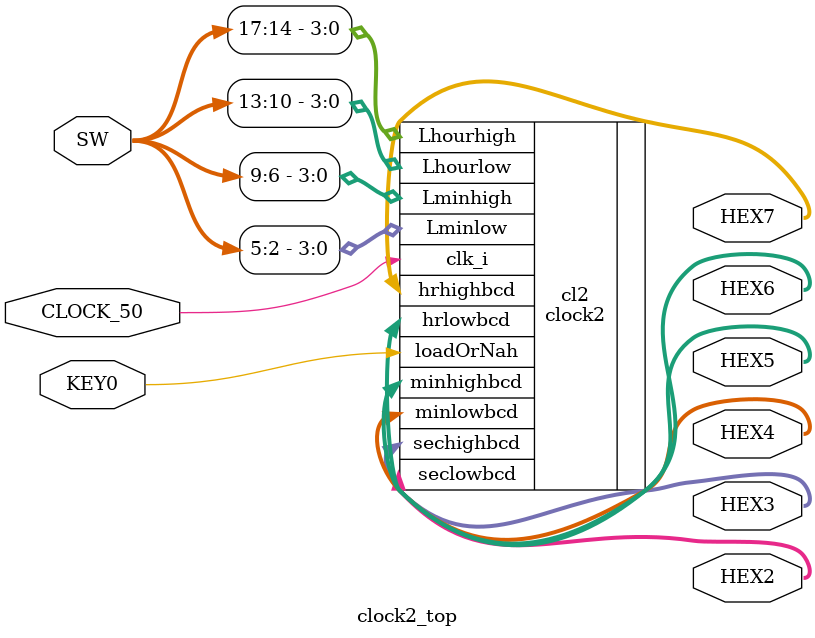
<source format=v>
module clock2_top(
input          CLOCK_50,
input          KEY0,      
input  [17:2]  SW,
output [ 6:0]  HEX2,
output [ 6:0]  HEX3,
output [ 6:0]  HEX4,
output [ 6:0]  HEX5,
output [ 6:0]  HEX6,
output [ 6:0]  HEX7);
clock2 #(.zeroz  (1))
  cl2(
  .clk_i            (CLOCK_50),
  .Lhourhigh    (SW[17:14]),       
  .Lhourlow     (SW[13:10]),      //switches
  .Lminhigh     (SW[ 9: 6]),       
  .Lminlow      (SW[ 5: 2]),
  .loadOrNah    (KEY0),
  .hrhighbcd (HEX7),       
  .hrlowbcd (HEX6),
  .minhighbcd(HEX5),       
  .minlowbcd (HEX4),
  .sechighbcd (HEX3),       
  .seclowbcd (HEX2));


endmodule
</source>
